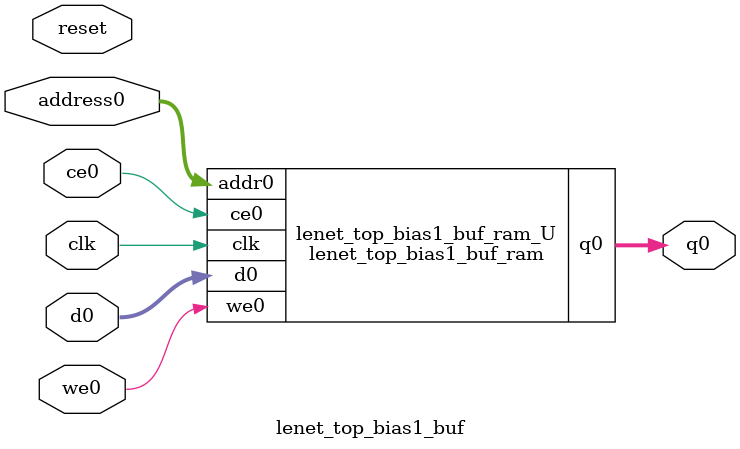
<source format=v>
`timescale 1 ns / 1 ps
module lenet_top_bias1_buf_ram (addr0, ce0, d0, we0, q0,  clk);

parameter DWIDTH = 32;
parameter AWIDTH = 3;
parameter MEM_SIZE = 6;

input[AWIDTH-1:0] addr0;
input ce0;
input[DWIDTH-1:0] d0;
input we0;
output reg[DWIDTH-1:0] q0;
input clk;

(* ram_style = "distributed" *)reg [DWIDTH-1:0] ram[0:MEM_SIZE-1];




always @(posedge clk)  
begin 
    if (ce0) 
    begin
        if (we0) 
        begin 
            ram[addr0] <= d0; 
        end 
        q0 <= ram[addr0];
    end
end


endmodule

`timescale 1 ns / 1 ps
module lenet_top_bias1_buf(
    reset,
    clk,
    address0,
    ce0,
    we0,
    d0,
    q0);

parameter DataWidth = 32'd32;
parameter AddressRange = 32'd6;
parameter AddressWidth = 32'd3;
input reset;
input clk;
input[AddressWidth - 1:0] address0;
input ce0;
input we0;
input[DataWidth - 1:0] d0;
output[DataWidth - 1:0] q0;



lenet_top_bias1_buf_ram lenet_top_bias1_buf_ram_U(
    .clk( clk ),
    .addr0( address0 ),
    .ce0( ce0 ),
    .we0( we0 ),
    .d0( d0 ),
    .q0( q0 ));

endmodule


</source>
